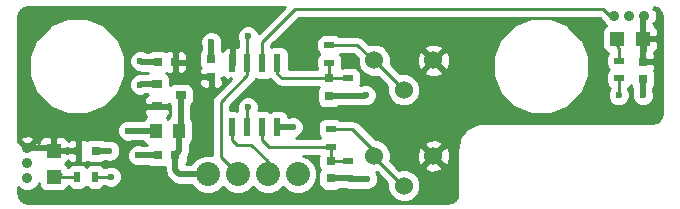
<source format=gbr>
G04 #@! TF.FileFunction,Copper,L1,Top,Signal*
%FSLAX46Y46*%
G04 Gerber Fmt 4.6, Leading zero omitted, Abs format (unit mm)*
G04 Created by KiCad (PCBNEW 4.0.2-stable) date 1/4/2018 10:10:38 PM*
%MOMM*%
G01*
G04 APERTURE LIST*
%ADD10C,0.100000*%
%ADD11C,1.524000*%
%ADD12R,0.800000X0.750000*%
%ADD13C,2.032000*%
%ADD14R,0.500000X0.900000*%
%ADD15R,0.750000X0.800000*%
%ADD16R,0.900000X0.500000*%
%ADD17C,0.900000*%
%ADD18R,0.600000X1.550000*%
%ADD19R,0.900000X0.800000*%
%ADD20R,1.000000X1.250000*%
%ADD21R,1.200000X1.200000*%
%ADD22C,0.600000*%
%ADD23C,0.508000*%
%ADD24C,0.254000*%
%ADD25C,0.250000*%
G04 APERTURE END LIST*
D10*
D11*
X155400000Y-108850000D03*
X152900000Y-106350000D03*
X157900000Y-106350000D03*
D12*
X129322200Y-105905800D03*
X127822200Y-105905800D03*
D13*
X146410000Y-107900000D03*
X143870000Y-107900000D03*
X141330000Y-107900000D03*
X138790000Y-107900000D03*
D14*
X127758000Y-108090200D03*
X129258000Y-108090200D03*
D15*
X149200000Y-108250000D03*
X149200000Y-106750000D03*
X149100000Y-101250000D03*
X149100000Y-99750000D03*
D12*
X134550000Y-106300000D03*
X136050000Y-106300000D03*
X134550000Y-98400000D03*
X136050000Y-98400000D03*
D16*
X149200000Y-105550000D03*
X149200000Y-104050000D03*
X150700000Y-106750000D03*
X150700000Y-108250000D03*
X149100000Y-98450000D03*
X149100000Y-96950000D03*
X150700000Y-99750000D03*
X150700000Y-101250000D03*
X173618400Y-98272400D03*
X173618400Y-99772400D03*
D17*
X123500000Y-106980000D03*
X123500000Y-105710000D03*
X123500000Y-108250000D03*
X174500000Y-94500000D03*
X175770000Y-94500000D03*
X173230000Y-94500000D03*
D18*
X140895000Y-103900000D03*
X142165000Y-103900000D03*
X143435000Y-103900000D03*
X144705000Y-103900000D03*
X144705000Y-98500000D03*
X143435000Y-98500000D03*
X142165000Y-98500000D03*
X140895000Y-98500000D03*
D19*
X134500000Y-100250000D03*
X134500000Y-102150000D03*
X136500000Y-101200000D03*
D15*
X175650400Y-99874000D03*
X175650400Y-98374000D03*
X139100000Y-99650000D03*
X139100000Y-98150000D03*
D20*
X136400000Y-104200000D03*
X134400000Y-104200000D03*
D21*
X125750000Y-105900000D03*
X125750000Y-108100000D03*
X175658200Y-96431600D03*
X173458200Y-96431600D03*
D11*
X155400000Y-100750000D03*
X152900000Y-98250000D03*
X157900000Y-98250000D03*
D22*
X132050000Y-104200000D03*
X139100000Y-96700000D03*
X132900000Y-106300000D03*
X133100000Y-98300000D03*
X133100000Y-100300000D03*
X152300000Y-108300000D03*
X146000000Y-103900000D03*
X152200000Y-101200000D03*
X175641000Y-101219000D03*
X130462000Y-105892000D03*
X142200000Y-96200000D03*
X173600000Y-101200000D03*
X130600000Y-108100000D03*
X142200000Y-102200000D03*
D23*
X134400000Y-104200000D02*
X132050000Y-104200000D01*
X139100000Y-98150000D02*
X139100000Y-96700000D01*
X134550000Y-106300000D02*
X132900000Y-106300000D01*
X134550000Y-98400000D02*
X133200000Y-98400000D01*
X133200000Y-98400000D02*
X133100000Y-98300000D01*
X134500000Y-100250000D02*
X133150000Y-100250000D01*
X133150000Y-100250000D02*
X133100000Y-100300000D01*
X149200000Y-108250000D02*
X150700000Y-108250000D01*
X150700000Y-108250000D02*
X150750000Y-108300000D01*
X150750000Y-108300000D02*
X152300000Y-108300000D01*
X144705000Y-103900000D02*
X146000000Y-103900000D01*
X150700000Y-101250000D02*
X152150000Y-101250000D01*
X152150000Y-101250000D02*
X152200000Y-101200000D01*
X149100000Y-101250000D02*
X150700000Y-101250000D01*
X175650400Y-99874000D02*
X175650400Y-101209600D01*
X175650400Y-101209600D02*
X175641000Y-101219000D01*
X129322200Y-105905800D02*
X130448200Y-105905800D01*
X130448200Y-105905800D02*
X130462000Y-105892000D01*
D24*
X149200000Y-105550000D02*
X149200000Y-106750000D01*
X149200000Y-106750000D02*
X150700000Y-106750000D01*
X149200000Y-105550000D02*
X143950000Y-105550000D01*
X143435000Y-105035000D02*
X143435000Y-103900000D01*
X143950000Y-105550000D02*
X143435000Y-105035000D01*
X149100000Y-99750000D02*
X150700000Y-99750000D01*
X149100000Y-99750000D02*
X149100000Y-98450000D01*
X144705000Y-98500000D02*
X144705000Y-99405000D01*
X145050000Y-99750000D02*
X149100000Y-99750000D01*
X144705000Y-99405000D02*
X145050000Y-99750000D01*
D23*
X138790000Y-107900000D02*
X136400000Y-107900000D01*
X136050000Y-107550000D02*
X136050000Y-106300000D01*
X136400000Y-107900000D02*
X136050000Y-107550000D01*
X136050000Y-106300000D02*
X136400000Y-105950000D01*
X136400000Y-105950000D02*
X136400000Y-104200000D01*
X136400000Y-104200000D02*
X136500000Y-104100000D01*
X136500000Y-104100000D02*
X136500000Y-101200000D01*
X123500000Y-105710000D02*
X125560000Y-105710000D01*
X125750000Y-105900000D02*
X127816400Y-105900000D01*
X125560000Y-105710000D02*
X125750000Y-105900000D01*
X125560000Y-105710000D02*
X125750000Y-105900000D01*
X127816400Y-105900000D02*
X127822200Y-105905800D01*
X175658200Y-96431600D02*
X175658200Y-94611800D01*
X175658200Y-94611800D02*
X175770000Y-94500000D01*
X175658200Y-96431600D02*
X175658200Y-98366200D01*
X175658200Y-98366200D02*
X175650400Y-98374000D01*
D24*
X142165000Y-98500000D02*
X142165000Y-99535000D01*
X139900000Y-106470000D02*
X141330000Y-107900000D01*
X139900000Y-101800000D02*
X139900000Y-106470000D01*
X142165000Y-99535000D02*
X139900000Y-101800000D01*
X173618400Y-99772400D02*
X173618400Y-101181600D01*
X142165000Y-96235000D02*
X142165000Y-98500000D01*
X142200000Y-96200000D02*
X142165000Y-96235000D01*
X173618400Y-101181600D02*
X173600000Y-101200000D01*
X129258000Y-108090200D02*
X130590200Y-108090200D01*
X130590200Y-108090200D02*
X130600000Y-108100000D01*
X140895000Y-103900000D02*
X140895000Y-104995000D01*
X143870000Y-106770000D02*
X143870000Y-107900000D01*
X142500000Y-105400000D02*
X143870000Y-106770000D01*
X141300000Y-105400000D02*
X142500000Y-105400000D01*
X140895000Y-104995000D02*
X141300000Y-105400000D01*
X142165000Y-102235000D02*
X142165000Y-103900000D01*
X142200000Y-102200000D02*
X142165000Y-102235000D01*
X173230000Y-94500000D02*
X172900000Y-94500000D01*
X172900000Y-94500000D02*
X172300000Y-93900000D01*
X143435000Y-96665000D02*
X143435000Y-98500000D01*
X146200000Y-93900000D02*
X143435000Y-96665000D01*
X172300000Y-93900000D02*
X146200000Y-93900000D01*
X125750000Y-108100000D02*
X127748200Y-108100000D01*
D25*
X126225000Y-107900000D02*
X126350000Y-107900000D01*
D24*
X127650000Y-108100000D02*
X127750000Y-108000000D01*
X127748200Y-108100000D02*
X127758000Y-108090200D01*
X173458200Y-96431600D02*
X173458200Y-97033400D01*
X173618400Y-97193600D02*
X173618400Y-98272400D01*
X173458200Y-97033400D02*
X173618400Y-97193600D01*
X152900000Y-106350000D02*
X152900000Y-105900000D01*
X152900000Y-105900000D02*
X151050000Y-104050000D01*
X151050000Y-104050000D02*
X149200000Y-104050000D01*
X155300000Y-108850000D02*
X152800000Y-106350000D01*
X152800000Y-106350000D02*
X152800000Y-106000000D01*
X155400000Y-100750000D02*
X152900000Y-98250000D01*
X152900000Y-98250000D02*
X152750000Y-98250000D01*
X152750000Y-98250000D02*
X151450000Y-96950000D01*
X151450000Y-96950000D02*
X149100000Y-96950000D01*
G36*
X143097847Y-95924523D02*
X142993117Y-95671057D01*
X142730327Y-95407808D01*
X142386799Y-95265162D01*
X142014833Y-95264838D01*
X141671057Y-95406883D01*
X141407808Y-95669673D01*
X141265162Y-96013201D01*
X141264838Y-96385167D01*
X141403000Y-96719545D01*
X141403000Y-97123837D01*
X141321310Y-97090000D01*
X141180750Y-97090000D01*
X141022000Y-97248750D01*
X141022000Y-98373000D01*
X141042000Y-98373000D01*
X141042000Y-98627000D01*
X141022000Y-98627000D01*
X141022000Y-98647000D01*
X140768000Y-98647000D01*
X140768000Y-98627000D01*
X140748000Y-98627000D01*
X140748000Y-98373000D01*
X140768000Y-98373000D01*
X140768000Y-97248750D01*
X140609250Y-97090000D01*
X140468690Y-97090000D01*
X140235301Y-97186673D01*
X140056673Y-97365302D01*
X140027444Y-97435866D01*
X139989000Y-97376121D01*
X139989000Y-96997189D01*
X140034838Y-96886799D01*
X140035162Y-96514833D01*
X139893117Y-96171057D01*
X139630327Y-95907808D01*
X139286799Y-95765162D01*
X138914833Y-95764838D01*
X138571057Y-95906883D01*
X138307808Y-96169673D01*
X138165162Y-96513201D01*
X138164838Y-96885167D01*
X138211000Y-96996888D01*
X138211000Y-97377468D01*
X138128569Y-97498110D01*
X138077560Y-97750000D01*
X138077560Y-98550000D01*
X138121838Y-98785317D01*
X138188329Y-98888646D01*
X138186673Y-98890302D01*
X138090000Y-99123691D01*
X138090000Y-99364250D01*
X138248750Y-99523000D01*
X138973000Y-99523000D01*
X138973000Y-99503000D01*
X139227000Y-99503000D01*
X139227000Y-99523000D01*
X139247000Y-99523000D01*
X139247000Y-99777000D01*
X139227000Y-99777000D01*
X139227000Y-100526250D01*
X139385750Y-100685000D01*
X139601310Y-100685000D01*
X139834699Y-100588327D01*
X140013327Y-100409698D01*
X140110000Y-100176309D01*
X140110000Y-99935750D01*
X139951252Y-99777002D01*
X140110000Y-99777002D01*
X140110000Y-99688025D01*
X140235301Y-99813327D01*
X140468690Y-99910000D01*
X140609250Y-99910000D01*
X140767998Y-99751252D01*
X140767998Y-99854371D01*
X139361185Y-101261185D01*
X139196004Y-101508395D01*
X139138000Y-101800000D01*
X139138000Y-106256826D01*
X139119845Y-106249287D01*
X138463037Y-106248714D01*
X137856005Y-106499534D01*
X137391166Y-106963563D01*
X137371468Y-107011000D01*
X136988961Y-107011000D01*
X137046431Y-106926890D01*
X137097440Y-106675000D01*
X137097440Y-106475619D01*
X137221329Y-106290206D01*
X137289000Y-105950000D01*
X137289000Y-105329270D01*
X137351441Y-105289090D01*
X137496431Y-105076890D01*
X137547440Y-104825000D01*
X137547440Y-103575000D01*
X137503162Y-103339683D01*
X137389000Y-103162270D01*
X137389000Y-102072096D01*
X137401441Y-102064090D01*
X137546431Y-101851890D01*
X137597440Y-101600000D01*
X137597440Y-100800000D01*
X137553162Y-100564683D01*
X137414090Y-100348559D01*
X137201890Y-100203569D01*
X136950000Y-100152560D01*
X136050000Y-100152560D01*
X135814683Y-100196838D01*
X135598559Y-100335910D01*
X135597440Y-100337548D01*
X135597440Y-99935750D01*
X138090000Y-99935750D01*
X138090000Y-100176309D01*
X138186673Y-100409698D01*
X138365301Y-100588327D01*
X138598690Y-100685000D01*
X138814250Y-100685000D01*
X138973000Y-100526250D01*
X138973000Y-99777000D01*
X138248750Y-99777000D01*
X138090000Y-99935750D01*
X135597440Y-99935750D01*
X135597440Y-99850000D01*
X135553162Y-99614683D01*
X135414090Y-99398559D01*
X135287760Y-99312242D01*
X135288646Y-99311671D01*
X135290302Y-99313327D01*
X135523691Y-99410000D01*
X135764250Y-99410000D01*
X135923000Y-99251250D01*
X135923000Y-98527000D01*
X136177000Y-98527000D01*
X136177000Y-99251250D01*
X136335750Y-99410000D01*
X136576309Y-99410000D01*
X136809698Y-99313327D01*
X136988327Y-99134699D01*
X137085000Y-98901310D01*
X137085000Y-98685750D01*
X136926250Y-98527000D01*
X136177000Y-98527000D01*
X135923000Y-98527000D01*
X135903000Y-98527000D01*
X135903000Y-98273000D01*
X135923000Y-98273000D01*
X135923000Y-97548750D01*
X136177000Y-97548750D01*
X136177000Y-98273000D01*
X136926250Y-98273000D01*
X137085000Y-98114250D01*
X137085000Y-97898690D01*
X136988327Y-97665301D01*
X136809698Y-97486673D01*
X136576309Y-97390000D01*
X136335750Y-97390000D01*
X136177000Y-97548750D01*
X135923000Y-97548750D01*
X135764250Y-97390000D01*
X135523691Y-97390000D01*
X135290302Y-97486673D01*
X135288932Y-97488043D01*
X135201890Y-97428569D01*
X134950000Y-97377560D01*
X134150000Y-97377560D01*
X133914683Y-97421838D01*
X133776121Y-97511000D01*
X133633513Y-97511000D01*
X133630327Y-97507808D01*
X133286799Y-97365162D01*
X132914833Y-97364838D01*
X132571057Y-97506883D01*
X132307808Y-97769673D01*
X132165162Y-98113201D01*
X132164838Y-98485167D01*
X132306883Y-98828943D01*
X132569673Y-99092192D01*
X132825527Y-99198432D01*
X132859794Y-99221329D01*
X132899861Y-99229299D01*
X132913201Y-99234838D01*
X132927772Y-99234851D01*
X133200000Y-99289000D01*
X133749161Y-99289000D01*
X133637270Y-99361000D01*
X133150000Y-99361000D01*
X133129764Y-99365025D01*
X132914833Y-99364838D01*
X132571057Y-99506883D01*
X132307808Y-99769673D01*
X132165162Y-100113201D01*
X132164838Y-100485167D01*
X132306883Y-100828943D01*
X132569673Y-101092192D01*
X132913201Y-101234838D01*
X133285167Y-101235162D01*
X133517897Y-101139000D01*
X133640879Y-101139000D01*
X133725750Y-101196990D01*
X133690302Y-101211673D01*
X133511673Y-101390301D01*
X133415000Y-101623690D01*
X133415000Y-101864250D01*
X133573750Y-102023000D01*
X134373000Y-102023000D01*
X134373000Y-102003000D01*
X134627000Y-102003000D01*
X134627000Y-102023000D01*
X135426250Y-102023000D01*
X135512262Y-101936988D01*
X135585910Y-102051441D01*
X135611000Y-102068584D01*
X135611000Y-103006382D01*
X135448559Y-103110910D01*
X135400866Y-103180711D01*
X135364090Y-103123559D01*
X135310846Y-103087179D01*
X135488327Y-102909699D01*
X135585000Y-102676310D01*
X135585000Y-102435750D01*
X135426250Y-102277000D01*
X134627000Y-102277000D01*
X134627000Y-102297000D01*
X134373000Y-102297000D01*
X134373000Y-102277000D01*
X133573750Y-102277000D01*
X133415000Y-102435750D01*
X133415000Y-102676310D01*
X133511673Y-102909699D01*
X133609392Y-103007417D01*
X133448559Y-103110910D01*
X133311843Y-103311000D01*
X132347189Y-103311000D01*
X132236799Y-103265162D01*
X131864833Y-103264838D01*
X131521057Y-103406883D01*
X131257808Y-103669673D01*
X131115162Y-104013201D01*
X131114838Y-104385167D01*
X131256883Y-104728943D01*
X131519673Y-104992192D01*
X131863201Y-105134838D01*
X132235167Y-105135162D01*
X132346888Y-105089000D01*
X133315295Y-105089000D01*
X133435910Y-105276441D01*
X133632844Y-105411000D01*
X133197189Y-105411000D01*
X133086799Y-105365162D01*
X132714833Y-105364838D01*
X132371057Y-105506883D01*
X132107808Y-105769673D01*
X131965162Y-106113201D01*
X131964838Y-106485167D01*
X132106883Y-106828943D01*
X132369673Y-107092192D01*
X132713201Y-107234838D01*
X133085167Y-107235162D01*
X133196888Y-107189000D01*
X133777468Y-107189000D01*
X133898110Y-107271431D01*
X134150000Y-107322440D01*
X134950000Y-107322440D01*
X135161000Y-107282738D01*
X135161000Y-107550000D01*
X135228671Y-107890206D01*
X135362303Y-108090200D01*
X135421382Y-108178618D01*
X135771382Y-108528618D01*
X136059794Y-108721329D01*
X136400000Y-108789000D01*
X137370942Y-108789000D01*
X137389534Y-108833995D01*
X137853563Y-109298834D01*
X138460155Y-109550713D01*
X139116963Y-109551286D01*
X139723995Y-109300466D01*
X140060179Y-108964868D01*
X140393563Y-109298834D01*
X141000155Y-109550713D01*
X141656963Y-109551286D01*
X142263995Y-109300466D01*
X142600179Y-108964868D01*
X142933563Y-109298834D01*
X143540155Y-109550713D01*
X144196963Y-109551286D01*
X144803995Y-109300466D01*
X145140179Y-108964868D01*
X145473563Y-109298834D01*
X146080155Y-109550713D01*
X146736963Y-109551286D01*
X147343995Y-109300466D01*
X147808834Y-108836437D01*
X148060713Y-108229845D01*
X148061286Y-107573037D01*
X147810466Y-106966005D01*
X147346437Y-106501166D01*
X146890875Y-106312000D01*
X148185255Y-106312000D01*
X148177560Y-106350000D01*
X148177560Y-107150000D01*
X148221838Y-107385317D01*
X148295620Y-107499978D01*
X148228569Y-107598110D01*
X148177560Y-107850000D01*
X148177560Y-108650000D01*
X148221838Y-108885317D01*
X148360910Y-109101441D01*
X148573110Y-109246431D01*
X148825000Y-109297440D01*
X149575000Y-109297440D01*
X149810317Y-109253162D01*
X149987730Y-109139000D01*
X150208322Y-109139000D01*
X150250000Y-109147440D01*
X150541061Y-109147440D01*
X150750000Y-109189000D01*
X152002811Y-109189000D01*
X152113201Y-109234838D01*
X152485167Y-109235162D01*
X152828943Y-109093117D01*
X153092192Y-108830327D01*
X153234838Y-108486799D01*
X153235162Y-108114833D01*
X153093117Y-107771057D01*
X153069250Y-107747148D01*
X153119562Y-107747192D01*
X154003191Y-108630821D01*
X154002758Y-109126661D01*
X154214990Y-109640303D01*
X154607630Y-110033629D01*
X155120900Y-110246757D01*
X155676661Y-110247242D01*
X156190303Y-110035010D01*
X156583629Y-109642370D01*
X156796757Y-109129100D01*
X156797242Y-108573339D01*
X156585010Y-108059697D01*
X156192370Y-107666371D01*
X155679100Y-107453243D01*
X155123339Y-107452758D01*
X155022184Y-107494554D01*
X154857843Y-107330213D01*
X157099392Y-107330213D01*
X157168857Y-107572397D01*
X157692302Y-107759144D01*
X158247368Y-107731362D01*
X158631143Y-107572397D01*
X158700608Y-107330213D01*
X157900000Y-106529605D01*
X157099392Y-107330213D01*
X154857843Y-107330213D01*
X154255673Y-106728043D01*
X154296757Y-106629100D01*
X154297181Y-106142302D01*
X156490856Y-106142302D01*
X156518638Y-106697368D01*
X156677603Y-107081143D01*
X156919787Y-107150608D01*
X157720395Y-106350000D01*
X158079605Y-106350000D01*
X158880213Y-107150608D01*
X159122397Y-107081143D01*
X159309144Y-106557698D01*
X159281362Y-106002632D01*
X159122397Y-105618857D01*
X158880213Y-105549392D01*
X158079605Y-106350000D01*
X157720395Y-106350000D01*
X156919787Y-105549392D01*
X156677603Y-105618857D01*
X156490856Y-106142302D01*
X154297181Y-106142302D01*
X154297242Y-106073339D01*
X154085010Y-105559697D01*
X153895432Y-105369787D01*
X157099392Y-105369787D01*
X157900000Y-106170395D01*
X158700608Y-105369787D01*
X158631143Y-105127603D01*
X158107698Y-104940856D01*
X157552632Y-104968638D01*
X157168857Y-105127603D01*
X157099392Y-105369787D01*
X153895432Y-105369787D01*
X153692370Y-105166371D01*
X153179100Y-104953243D01*
X153030744Y-104953114D01*
X151588815Y-103511185D01*
X151481474Y-103439462D01*
X151341605Y-103346004D01*
X151050000Y-103288000D01*
X150025459Y-103288000D01*
X149901890Y-103203569D01*
X149650000Y-103152560D01*
X148750000Y-103152560D01*
X148514683Y-103196838D01*
X148298559Y-103335910D01*
X148153569Y-103548110D01*
X148102560Y-103800000D01*
X148102560Y-104300000D01*
X148146838Y-104535317D01*
X148285910Y-104751441D01*
X148339416Y-104788000D01*
X146299308Y-104788000D01*
X146528943Y-104693117D01*
X146792192Y-104430327D01*
X146934838Y-104086799D01*
X146935162Y-103714833D01*
X146793117Y-103371057D01*
X146530327Y-103107808D01*
X146186799Y-102965162D01*
X145814833Y-102964838D01*
X145703112Y-103011000D01*
X145630989Y-103011000D01*
X145608162Y-102889683D01*
X145469090Y-102673559D01*
X145256890Y-102528569D01*
X145005000Y-102477560D01*
X144405000Y-102477560D01*
X144169683Y-102521838D01*
X144070472Y-102585678D01*
X143986890Y-102528569D01*
X143735000Y-102477560D01*
X143135000Y-102477560D01*
X143093943Y-102485285D01*
X143134838Y-102386799D01*
X143135162Y-102014833D01*
X142993117Y-101671057D01*
X142730327Y-101407808D01*
X142386799Y-101265162D01*
X142014833Y-101264838D01*
X141671057Y-101406883D01*
X141407808Y-101669673D01*
X141265162Y-102013201D01*
X141264838Y-102385167D01*
X141312877Y-102501431D01*
X141195000Y-102477560D01*
X140662000Y-102477560D01*
X140662000Y-102115630D01*
X142703816Y-100073815D01*
X142813411Y-99909794D01*
X142852856Y-99850760D01*
X142883110Y-99871431D01*
X143135000Y-99922440D01*
X143735000Y-99922440D01*
X143970317Y-99878162D01*
X144069528Y-99814322D01*
X144088172Y-99827061D01*
X144151903Y-99922440D01*
X144166185Y-99943815D01*
X144511185Y-100288816D01*
X144655610Y-100385317D01*
X144758395Y-100453996D01*
X145050000Y-100512000D01*
X148187405Y-100512000D01*
X148128569Y-100598110D01*
X148077560Y-100850000D01*
X148077560Y-101650000D01*
X148121838Y-101885317D01*
X148260910Y-102101441D01*
X148473110Y-102246431D01*
X148725000Y-102297440D01*
X149475000Y-102297440D01*
X149710317Y-102253162D01*
X149887730Y-102139000D01*
X150208322Y-102139000D01*
X150250000Y-102147440D01*
X151150000Y-102147440D01*
X151194855Y-102139000D01*
X152150000Y-102139000D01*
X152170236Y-102134975D01*
X152385167Y-102135162D01*
X152728943Y-101993117D01*
X152992192Y-101730327D01*
X153134838Y-101386799D01*
X153135162Y-101014833D01*
X152993117Y-100671057D01*
X152730327Y-100407808D01*
X152386799Y-100265162D01*
X152014833Y-100264838D01*
X151782103Y-100361000D01*
X151671879Y-100361000D01*
X151746431Y-100251890D01*
X151797440Y-100000000D01*
X151797440Y-99500000D01*
X151753162Y-99264683D01*
X151614090Y-99048559D01*
X151401890Y-98903569D01*
X151150000Y-98852560D01*
X150250000Y-98852560D01*
X150163240Y-98868885D01*
X150197440Y-98700000D01*
X150197440Y-98200000D01*
X150153162Y-97964683D01*
X150014090Y-97748559D01*
X149960584Y-97712000D01*
X151134370Y-97712000D01*
X151503147Y-98080778D01*
X151502758Y-98526661D01*
X151714990Y-99040303D01*
X152107630Y-99433629D01*
X152620900Y-99646757D01*
X153176661Y-99647242D01*
X153207054Y-99634684D01*
X154014987Y-100442617D01*
X154003243Y-100470900D01*
X154002758Y-101026661D01*
X154214990Y-101540303D01*
X154607630Y-101933629D01*
X155120900Y-102146757D01*
X155676661Y-102147242D01*
X156190303Y-101935010D01*
X156583629Y-101542370D01*
X156796757Y-101029100D01*
X156797242Y-100473339D01*
X156585010Y-99959697D01*
X156192370Y-99566371D01*
X155679100Y-99353243D01*
X155123339Y-99352758D01*
X155092946Y-99365316D01*
X154957843Y-99230213D01*
X157099392Y-99230213D01*
X157168857Y-99472397D01*
X157692302Y-99659144D01*
X158247368Y-99631362D01*
X158631143Y-99472397D01*
X158700608Y-99230213D01*
X157900000Y-98429605D01*
X157099392Y-99230213D01*
X154957843Y-99230213D01*
X154285013Y-98557383D01*
X154296757Y-98529100D01*
X154297181Y-98042302D01*
X156490856Y-98042302D01*
X156518638Y-98597368D01*
X156677603Y-98981143D01*
X156919787Y-99050608D01*
X157720395Y-98250000D01*
X158079605Y-98250000D01*
X158880213Y-99050608D01*
X159122397Y-98981143D01*
X159309144Y-98457698D01*
X159284243Y-97960180D01*
X162923220Y-97960180D01*
X162923220Y-99532440D01*
X162932820Y-99580878D01*
X163532260Y-101033758D01*
X163559755Y-101075020D01*
X164669735Y-102187540D01*
X164711027Y-102215168D01*
X166163907Y-102817148D01*
X166212520Y-102826820D01*
X167784780Y-102826820D01*
X167833290Y-102817190D01*
X169283630Y-102217750D01*
X169324820Y-102190285D01*
X170437340Y-101080305D01*
X170464938Y-101039086D01*
X171066918Y-99588746D01*
X171076620Y-99540060D01*
X171076620Y-97967800D01*
X171067020Y-97919362D01*
X170467580Y-96466482D01*
X170440085Y-96425220D01*
X169330105Y-95312700D01*
X169288886Y-95285102D01*
X167838546Y-94683122D01*
X167789860Y-94673420D01*
X166217600Y-94673420D01*
X166169162Y-94683020D01*
X164716282Y-95282460D01*
X164675020Y-95309955D01*
X163562500Y-96419935D01*
X163534902Y-96461154D01*
X162932922Y-97911494D01*
X162923220Y-97960180D01*
X159284243Y-97960180D01*
X159281362Y-97902632D01*
X159122397Y-97518857D01*
X158880213Y-97449392D01*
X158079605Y-98250000D01*
X157720395Y-98250000D01*
X156919787Y-97449392D01*
X156677603Y-97518857D01*
X156490856Y-98042302D01*
X154297181Y-98042302D01*
X154297242Y-97973339D01*
X154085010Y-97459697D01*
X153895432Y-97269787D01*
X157099392Y-97269787D01*
X157900000Y-98070395D01*
X158700608Y-97269787D01*
X158631143Y-97027603D01*
X158107698Y-96840856D01*
X157552632Y-96868638D01*
X157168857Y-97027603D01*
X157099392Y-97269787D01*
X153895432Y-97269787D01*
X153692370Y-97066371D01*
X153179100Y-96853243D01*
X152623339Y-96852758D01*
X152486804Y-96909173D01*
X151988815Y-96411185D01*
X151957662Y-96390369D01*
X151741605Y-96246004D01*
X151450000Y-96188000D01*
X149925459Y-96188000D01*
X149801890Y-96103569D01*
X149550000Y-96052560D01*
X148650000Y-96052560D01*
X148414683Y-96096838D01*
X148198559Y-96235910D01*
X148053569Y-96448110D01*
X148002560Y-96700000D01*
X148002560Y-97200000D01*
X148046838Y-97435317D01*
X148185910Y-97651441D01*
X148255711Y-97699134D01*
X148198559Y-97735910D01*
X148053569Y-97948110D01*
X148002560Y-98200000D01*
X148002560Y-98700000D01*
X148046838Y-98935317D01*
X148080739Y-98988000D01*
X145652440Y-98988000D01*
X145652440Y-97725000D01*
X145608162Y-97489683D01*
X145469090Y-97273559D01*
X145256890Y-97128569D01*
X145005000Y-97077560D01*
X144405000Y-97077560D01*
X144197000Y-97116698D01*
X144197000Y-96980630D01*
X146515631Y-94662000D01*
X171984370Y-94662000D01*
X172220556Y-94898186D01*
X172309646Y-95113800D01*
X172501838Y-95306328D01*
X172406759Y-95367510D01*
X172261769Y-95579710D01*
X172210760Y-95831600D01*
X172210760Y-97031600D01*
X172255038Y-97266917D01*
X172394110Y-97483041D01*
X172606310Y-97628031D01*
X172661662Y-97639240D01*
X172571969Y-97770510D01*
X172520960Y-98022400D01*
X172520960Y-98522400D01*
X172565238Y-98757717D01*
X172704310Y-98973841D01*
X172774111Y-99021534D01*
X172716959Y-99058310D01*
X172571969Y-99270510D01*
X172520960Y-99522400D01*
X172520960Y-100022400D01*
X172565238Y-100257717D01*
X172704310Y-100473841D01*
X172856400Y-100577760D01*
X172856400Y-100621166D01*
X172807808Y-100669673D01*
X172665162Y-101013201D01*
X172664838Y-101385167D01*
X172806883Y-101728943D01*
X173069673Y-101992192D01*
X173413201Y-102134838D01*
X173785167Y-102135162D01*
X174128943Y-101993117D01*
X174392192Y-101730327D01*
X174534838Y-101386799D01*
X174535162Y-101014833D01*
X174393117Y-100671057D01*
X174380400Y-100658318D01*
X174380400Y-100576218D01*
X174519841Y-100486490D01*
X174635964Y-100316538D01*
X174672238Y-100509317D01*
X174761400Y-100647879D01*
X174761400Y-100899174D01*
X174706162Y-101032201D01*
X174705838Y-101404167D01*
X174847883Y-101747943D01*
X175110673Y-102011192D01*
X175454201Y-102153838D01*
X175826167Y-102154162D01*
X176169943Y-102012117D01*
X176433192Y-101749327D01*
X176575838Y-101405799D01*
X176576162Y-101033833D01*
X176539400Y-100944862D01*
X176539400Y-100646532D01*
X176621831Y-100525890D01*
X176672840Y-100274000D01*
X176672840Y-99474000D01*
X176628562Y-99238683D01*
X176562071Y-99135354D01*
X176563727Y-99133698D01*
X176660400Y-98900309D01*
X176660400Y-98659750D01*
X176501650Y-98501000D01*
X175777400Y-98501000D01*
X175777400Y-98521000D01*
X175523400Y-98521000D01*
X175523400Y-98501000D01*
X175503400Y-98501000D01*
X175503400Y-98247000D01*
X175523400Y-98247000D01*
X175523400Y-97515650D01*
X175531200Y-97507850D01*
X175531200Y-97497750D01*
X175777400Y-97497750D01*
X175777400Y-98247000D01*
X176501650Y-98247000D01*
X176660400Y-98088250D01*
X176660400Y-97847691D01*
X176563727Y-97614302D01*
X176548216Y-97598790D01*
X176617898Y-97569927D01*
X176796527Y-97391299D01*
X176893200Y-97157910D01*
X176893200Y-96717350D01*
X176734450Y-96558600D01*
X175785200Y-96558600D01*
X175785200Y-97489950D01*
X175777400Y-97497750D01*
X175531200Y-97497750D01*
X175531200Y-96558600D01*
X175511200Y-96558600D01*
X175511200Y-96304600D01*
X175531200Y-96304600D01*
X175531200Y-96284600D01*
X175785200Y-96284600D01*
X175785200Y-96304600D01*
X176734450Y-96304600D01*
X176893200Y-96145850D01*
X176893200Y-95705290D01*
X176796527Y-95471901D01*
X176617898Y-95293273D01*
X176561183Y-95269781D01*
X176640286Y-95190678D01*
X176523748Y-95074140D01*
X176733712Y-95043197D01*
X176868226Y-94633052D01*
X176835546Y-94202651D01*
X176733712Y-93956803D01*
X176523748Y-93925860D01*
X176640286Y-93809322D01*
X176568499Y-93737535D01*
X176796996Y-93782986D01*
X177048780Y-93951223D01*
X177217014Y-94203003D01*
X177290000Y-94569927D01*
X177290000Y-102680073D01*
X177217014Y-103046997D01*
X177048780Y-103298777D01*
X176796996Y-103467014D01*
X176430073Y-103540000D01*
X162150000Y-103540000D01*
X162081413Y-103553643D01*
X162011486Y-103553643D01*
X161437460Y-103667824D01*
X161362498Y-103698875D01*
X161181520Y-103773837D01*
X160694885Y-104098997D01*
X160498997Y-104294885D01*
X160173838Y-104781520D01*
X160067824Y-105037460D01*
X159953643Y-105611485D01*
X159953643Y-105681413D01*
X159940000Y-105750000D01*
X159940000Y-109430073D01*
X159867014Y-109796997D01*
X159698780Y-110048777D01*
X159446996Y-110217014D01*
X159080073Y-110290000D01*
X123569927Y-110290000D01*
X123203003Y-110217014D01*
X122951223Y-110048780D01*
X122782986Y-109796996D01*
X122710000Y-109430073D01*
X122710000Y-108994382D01*
X122884595Y-109169282D01*
X123283233Y-109334811D01*
X123714873Y-109335188D01*
X124113800Y-109170354D01*
X124419282Y-108865405D01*
X124502560Y-108664849D01*
X124502560Y-108700000D01*
X124546838Y-108935317D01*
X124685910Y-109151441D01*
X124898110Y-109296431D01*
X125150000Y-109347440D01*
X126350000Y-109347440D01*
X126585317Y-109303162D01*
X126801441Y-109164090D01*
X126946431Y-108951890D01*
X126963642Y-108866901D01*
X127043910Y-108991641D01*
X127256110Y-109136631D01*
X127508000Y-109187640D01*
X128008000Y-109187640D01*
X128243317Y-109143362D01*
X128459441Y-109004290D01*
X128507134Y-108934489D01*
X128543910Y-108991641D01*
X128756110Y-109136631D01*
X129008000Y-109187640D01*
X129508000Y-109187640D01*
X129743317Y-109143362D01*
X129959441Y-109004290D01*
X130049703Y-108872187D01*
X130069673Y-108892192D01*
X130413201Y-109034838D01*
X130785167Y-109035162D01*
X131128943Y-108893117D01*
X131392192Y-108630327D01*
X131534838Y-108286799D01*
X131535162Y-107914833D01*
X131393117Y-107571057D01*
X131130327Y-107307808D01*
X130786799Y-107165162D01*
X130414833Y-107164838D01*
X130071057Y-107306883D01*
X130057079Y-107320836D01*
X129972090Y-107188759D01*
X129759890Y-107043769D01*
X129508000Y-106992760D01*
X129008000Y-106992760D01*
X128772683Y-107037038D01*
X128556559Y-107176110D01*
X128508866Y-107245911D01*
X128472090Y-107188759D01*
X128259890Y-107043769D01*
X128008000Y-106992760D01*
X127508000Y-106992760D01*
X127272683Y-107037038D01*
X127056559Y-107176110D01*
X126962420Y-107313887D01*
X126953162Y-107264683D01*
X126814090Y-107048559D01*
X126745994Y-107002031D01*
X126888327Y-106859698D01*
X126951225Y-106707850D01*
X127062502Y-106819127D01*
X127295891Y-106915800D01*
X127536450Y-106915800D01*
X127695200Y-106757050D01*
X127695200Y-106032800D01*
X126945950Y-106032800D01*
X126889000Y-106089750D01*
X126826250Y-106027000D01*
X125877000Y-106027000D01*
X125877000Y-106047000D01*
X125623000Y-106047000D01*
X125623000Y-106027000D01*
X125603000Y-106027000D01*
X125603000Y-105773000D01*
X125623000Y-105773000D01*
X125623000Y-104823750D01*
X125877000Y-104823750D01*
X125877000Y-105773000D01*
X126826250Y-105773000D01*
X126883200Y-105716050D01*
X126945950Y-105778800D01*
X127695200Y-105778800D01*
X127695200Y-105054550D01*
X127949200Y-105054550D01*
X127949200Y-105778800D01*
X127969200Y-105778800D01*
X127969200Y-106032800D01*
X127949200Y-106032800D01*
X127949200Y-106757050D01*
X128107950Y-106915800D01*
X128348509Y-106915800D01*
X128581898Y-106819127D01*
X128583268Y-106817757D01*
X128670310Y-106877231D01*
X128922200Y-106928240D01*
X129722200Y-106928240D01*
X129957517Y-106883962D01*
X130096079Y-106794800D01*
X130198045Y-106794800D01*
X130275201Y-106826838D01*
X130647167Y-106827162D01*
X130990943Y-106685117D01*
X131254192Y-106422327D01*
X131396838Y-106078799D01*
X131397162Y-105706833D01*
X131255117Y-105363057D01*
X130992327Y-105099808D01*
X130648799Y-104957162D01*
X130276833Y-104956838D01*
X130131714Y-105016800D01*
X130094732Y-105016800D01*
X129974090Y-104934369D01*
X129722200Y-104883360D01*
X128922200Y-104883360D01*
X128686883Y-104927638D01*
X128583554Y-104994129D01*
X128581898Y-104992473D01*
X128348509Y-104895800D01*
X128107950Y-104895800D01*
X127949200Y-105054550D01*
X127695200Y-105054550D01*
X127536450Y-104895800D01*
X127295891Y-104895800D01*
X127062502Y-104992473D01*
X126954622Y-105100352D01*
X126888327Y-104940302D01*
X126709699Y-104761673D01*
X126476310Y-104665000D01*
X126035750Y-104665000D01*
X125877000Y-104823750D01*
X125623000Y-104823750D01*
X125464250Y-104665000D01*
X125023690Y-104665000D01*
X124790301Y-104761673D01*
X124611673Y-104940302D01*
X124515000Y-105173691D01*
X124515000Y-105290623D01*
X124463712Y-105166803D01*
X124253745Y-105135860D01*
X123679605Y-105710000D01*
X123693748Y-105724143D01*
X123522871Y-105895019D01*
X123505399Y-105895004D01*
X123500000Y-105889605D01*
X123494610Y-105894995D01*
X123477090Y-105894980D01*
X123306253Y-105724143D01*
X123320395Y-105710000D01*
X122746255Y-105135860D01*
X122710000Y-105141203D01*
X122710000Y-104956255D01*
X122925860Y-104956255D01*
X123500000Y-105530395D01*
X124074140Y-104956255D01*
X124043197Y-104746288D01*
X123633052Y-104611774D01*
X123202651Y-104644454D01*
X122956803Y-104746288D01*
X122925860Y-104956255D01*
X122710000Y-104956255D01*
X122710000Y-97960180D01*
X123673220Y-97960180D01*
X123673220Y-99532440D01*
X123682820Y-99580878D01*
X124282260Y-101033758D01*
X124309755Y-101075020D01*
X125419735Y-102187540D01*
X125461027Y-102215168D01*
X126913907Y-102817148D01*
X126962520Y-102826820D01*
X128534780Y-102826820D01*
X128583290Y-102817190D01*
X130033630Y-102217750D01*
X130074820Y-102190285D01*
X131187340Y-101080305D01*
X131214938Y-101039086D01*
X131816918Y-99588746D01*
X131826620Y-99540060D01*
X131826620Y-97967800D01*
X131817020Y-97919362D01*
X131217580Y-96466482D01*
X131190085Y-96425220D01*
X130080105Y-95312700D01*
X130038886Y-95285102D01*
X128588546Y-94683122D01*
X128539860Y-94673420D01*
X126967600Y-94673420D01*
X126919162Y-94683020D01*
X125466282Y-95282460D01*
X125425020Y-95309955D01*
X124312500Y-96419935D01*
X124284902Y-96461154D01*
X123682922Y-97911494D01*
X123673220Y-97960180D01*
X122710000Y-97960180D01*
X122710000Y-94569927D01*
X122782986Y-94203004D01*
X122951223Y-93951220D01*
X123203003Y-93782986D01*
X123569927Y-93710000D01*
X145312369Y-93710000D01*
X143097847Y-95924523D01*
X143097847Y-95924523D01*
G37*
X143097847Y-95924523D02*
X142993117Y-95671057D01*
X142730327Y-95407808D01*
X142386799Y-95265162D01*
X142014833Y-95264838D01*
X141671057Y-95406883D01*
X141407808Y-95669673D01*
X141265162Y-96013201D01*
X141264838Y-96385167D01*
X141403000Y-96719545D01*
X141403000Y-97123837D01*
X141321310Y-97090000D01*
X141180750Y-97090000D01*
X141022000Y-97248750D01*
X141022000Y-98373000D01*
X141042000Y-98373000D01*
X141042000Y-98627000D01*
X141022000Y-98627000D01*
X141022000Y-98647000D01*
X140768000Y-98647000D01*
X140768000Y-98627000D01*
X140748000Y-98627000D01*
X140748000Y-98373000D01*
X140768000Y-98373000D01*
X140768000Y-97248750D01*
X140609250Y-97090000D01*
X140468690Y-97090000D01*
X140235301Y-97186673D01*
X140056673Y-97365302D01*
X140027444Y-97435866D01*
X139989000Y-97376121D01*
X139989000Y-96997189D01*
X140034838Y-96886799D01*
X140035162Y-96514833D01*
X139893117Y-96171057D01*
X139630327Y-95907808D01*
X139286799Y-95765162D01*
X138914833Y-95764838D01*
X138571057Y-95906883D01*
X138307808Y-96169673D01*
X138165162Y-96513201D01*
X138164838Y-96885167D01*
X138211000Y-96996888D01*
X138211000Y-97377468D01*
X138128569Y-97498110D01*
X138077560Y-97750000D01*
X138077560Y-98550000D01*
X138121838Y-98785317D01*
X138188329Y-98888646D01*
X138186673Y-98890302D01*
X138090000Y-99123691D01*
X138090000Y-99364250D01*
X138248750Y-99523000D01*
X138973000Y-99523000D01*
X138973000Y-99503000D01*
X139227000Y-99503000D01*
X139227000Y-99523000D01*
X139247000Y-99523000D01*
X139247000Y-99777000D01*
X139227000Y-99777000D01*
X139227000Y-100526250D01*
X139385750Y-100685000D01*
X139601310Y-100685000D01*
X139834699Y-100588327D01*
X140013327Y-100409698D01*
X140110000Y-100176309D01*
X140110000Y-99935750D01*
X139951252Y-99777002D01*
X140110000Y-99777002D01*
X140110000Y-99688025D01*
X140235301Y-99813327D01*
X140468690Y-99910000D01*
X140609250Y-99910000D01*
X140767998Y-99751252D01*
X140767998Y-99854371D01*
X139361185Y-101261185D01*
X139196004Y-101508395D01*
X139138000Y-101800000D01*
X139138000Y-106256826D01*
X139119845Y-106249287D01*
X138463037Y-106248714D01*
X137856005Y-106499534D01*
X137391166Y-106963563D01*
X137371468Y-107011000D01*
X136988961Y-107011000D01*
X137046431Y-106926890D01*
X137097440Y-106675000D01*
X137097440Y-106475619D01*
X137221329Y-106290206D01*
X137289000Y-105950000D01*
X137289000Y-105329270D01*
X137351441Y-105289090D01*
X137496431Y-105076890D01*
X137547440Y-104825000D01*
X137547440Y-103575000D01*
X137503162Y-103339683D01*
X137389000Y-103162270D01*
X137389000Y-102072096D01*
X137401441Y-102064090D01*
X137546431Y-101851890D01*
X137597440Y-101600000D01*
X137597440Y-100800000D01*
X137553162Y-100564683D01*
X137414090Y-100348559D01*
X137201890Y-100203569D01*
X136950000Y-100152560D01*
X136050000Y-100152560D01*
X135814683Y-100196838D01*
X135598559Y-100335910D01*
X135597440Y-100337548D01*
X135597440Y-99935750D01*
X138090000Y-99935750D01*
X138090000Y-100176309D01*
X138186673Y-100409698D01*
X138365301Y-100588327D01*
X138598690Y-100685000D01*
X138814250Y-100685000D01*
X138973000Y-100526250D01*
X138973000Y-99777000D01*
X138248750Y-99777000D01*
X138090000Y-99935750D01*
X135597440Y-99935750D01*
X135597440Y-99850000D01*
X135553162Y-99614683D01*
X135414090Y-99398559D01*
X135287760Y-99312242D01*
X135288646Y-99311671D01*
X135290302Y-99313327D01*
X135523691Y-99410000D01*
X135764250Y-99410000D01*
X135923000Y-99251250D01*
X135923000Y-98527000D01*
X136177000Y-98527000D01*
X136177000Y-99251250D01*
X136335750Y-99410000D01*
X136576309Y-99410000D01*
X136809698Y-99313327D01*
X136988327Y-99134699D01*
X137085000Y-98901310D01*
X137085000Y-98685750D01*
X136926250Y-98527000D01*
X136177000Y-98527000D01*
X135923000Y-98527000D01*
X135903000Y-98527000D01*
X135903000Y-98273000D01*
X135923000Y-98273000D01*
X135923000Y-97548750D01*
X136177000Y-97548750D01*
X136177000Y-98273000D01*
X136926250Y-98273000D01*
X137085000Y-98114250D01*
X137085000Y-97898690D01*
X136988327Y-97665301D01*
X136809698Y-97486673D01*
X136576309Y-97390000D01*
X136335750Y-97390000D01*
X136177000Y-97548750D01*
X135923000Y-97548750D01*
X135764250Y-97390000D01*
X135523691Y-97390000D01*
X135290302Y-97486673D01*
X135288932Y-97488043D01*
X135201890Y-97428569D01*
X134950000Y-97377560D01*
X134150000Y-97377560D01*
X133914683Y-97421838D01*
X133776121Y-97511000D01*
X133633513Y-97511000D01*
X133630327Y-97507808D01*
X133286799Y-97365162D01*
X132914833Y-97364838D01*
X132571057Y-97506883D01*
X132307808Y-97769673D01*
X132165162Y-98113201D01*
X132164838Y-98485167D01*
X132306883Y-98828943D01*
X132569673Y-99092192D01*
X132825527Y-99198432D01*
X132859794Y-99221329D01*
X132899861Y-99229299D01*
X132913201Y-99234838D01*
X132927772Y-99234851D01*
X133200000Y-99289000D01*
X133749161Y-99289000D01*
X133637270Y-99361000D01*
X133150000Y-99361000D01*
X133129764Y-99365025D01*
X132914833Y-99364838D01*
X132571057Y-99506883D01*
X132307808Y-99769673D01*
X132165162Y-100113201D01*
X132164838Y-100485167D01*
X132306883Y-100828943D01*
X132569673Y-101092192D01*
X132913201Y-101234838D01*
X133285167Y-101235162D01*
X133517897Y-101139000D01*
X133640879Y-101139000D01*
X133725750Y-101196990D01*
X133690302Y-101211673D01*
X133511673Y-101390301D01*
X133415000Y-101623690D01*
X133415000Y-101864250D01*
X133573750Y-102023000D01*
X134373000Y-102023000D01*
X134373000Y-102003000D01*
X134627000Y-102003000D01*
X134627000Y-102023000D01*
X135426250Y-102023000D01*
X135512262Y-101936988D01*
X135585910Y-102051441D01*
X135611000Y-102068584D01*
X135611000Y-103006382D01*
X135448559Y-103110910D01*
X135400866Y-103180711D01*
X135364090Y-103123559D01*
X135310846Y-103087179D01*
X135488327Y-102909699D01*
X135585000Y-102676310D01*
X135585000Y-102435750D01*
X135426250Y-102277000D01*
X134627000Y-102277000D01*
X134627000Y-102297000D01*
X134373000Y-102297000D01*
X134373000Y-102277000D01*
X133573750Y-102277000D01*
X133415000Y-102435750D01*
X133415000Y-102676310D01*
X133511673Y-102909699D01*
X133609392Y-103007417D01*
X133448559Y-103110910D01*
X133311843Y-103311000D01*
X132347189Y-103311000D01*
X132236799Y-103265162D01*
X131864833Y-103264838D01*
X131521057Y-103406883D01*
X131257808Y-103669673D01*
X131115162Y-104013201D01*
X131114838Y-104385167D01*
X131256883Y-104728943D01*
X131519673Y-104992192D01*
X131863201Y-105134838D01*
X132235167Y-105135162D01*
X132346888Y-105089000D01*
X133315295Y-105089000D01*
X133435910Y-105276441D01*
X133632844Y-105411000D01*
X133197189Y-105411000D01*
X133086799Y-105365162D01*
X132714833Y-105364838D01*
X132371057Y-105506883D01*
X132107808Y-105769673D01*
X131965162Y-106113201D01*
X131964838Y-106485167D01*
X132106883Y-106828943D01*
X132369673Y-107092192D01*
X132713201Y-107234838D01*
X133085167Y-107235162D01*
X133196888Y-107189000D01*
X133777468Y-107189000D01*
X133898110Y-107271431D01*
X134150000Y-107322440D01*
X134950000Y-107322440D01*
X135161000Y-107282738D01*
X135161000Y-107550000D01*
X135228671Y-107890206D01*
X135362303Y-108090200D01*
X135421382Y-108178618D01*
X135771382Y-108528618D01*
X136059794Y-108721329D01*
X136400000Y-108789000D01*
X137370942Y-108789000D01*
X137389534Y-108833995D01*
X137853563Y-109298834D01*
X138460155Y-109550713D01*
X139116963Y-109551286D01*
X139723995Y-109300466D01*
X140060179Y-108964868D01*
X140393563Y-109298834D01*
X141000155Y-109550713D01*
X141656963Y-109551286D01*
X142263995Y-109300466D01*
X142600179Y-108964868D01*
X142933563Y-109298834D01*
X143540155Y-109550713D01*
X144196963Y-109551286D01*
X144803995Y-109300466D01*
X145140179Y-108964868D01*
X145473563Y-109298834D01*
X146080155Y-109550713D01*
X146736963Y-109551286D01*
X147343995Y-109300466D01*
X147808834Y-108836437D01*
X148060713Y-108229845D01*
X148061286Y-107573037D01*
X147810466Y-106966005D01*
X147346437Y-106501166D01*
X146890875Y-106312000D01*
X148185255Y-106312000D01*
X148177560Y-106350000D01*
X148177560Y-107150000D01*
X148221838Y-107385317D01*
X148295620Y-107499978D01*
X148228569Y-107598110D01*
X148177560Y-107850000D01*
X148177560Y-108650000D01*
X148221838Y-108885317D01*
X148360910Y-109101441D01*
X148573110Y-109246431D01*
X148825000Y-109297440D01*
X149575000Y-109297440D01*
X149810317Y-109253162D01*
X149987730Y-109139000D01*
X150208322Y-109139000D01*
X150250000Y-109147440D01*
X150541061Y-109147440D01*
X150750000Y-109189000D01*
X152002811Y-109189000D01*
X152113201Y-109234838D01*
X152485167Y-109235162D01*
X152828943Y-109093117D01*
X153092192Y-108830327D01*
X153234838Y-108486799D01*
X153235162Y-108114833D01*
X153093117Y-107771057D01*
X153069250Y-107747148D01*
X153119562Y-107747192D01*
X154003191Y-108630821D01*
X154002758Y-109126661D01*
X154214990Y-109640303D01*
X154607630Y-110033629D01*
X155120900Y-110246757D01*
X155676661Y-110247242D01*
X156190303Y-110035010D01*
X156583629Y-109642370D01*
X156796757Y-109129100D01*
X156797242Y-108573339D01*
X156585010Y-108059697D01*
X156192370Y-107666371D01*
X155679100Y-107453243D01*
X155123339Y-107452758D01*
X155022184Y-107494554D01*
X154857843Y-107330213D01*
X157099392Y-107330213D01*
X157168857Y-107572397D01*
X157692302Y-107759144D01*
X158247368Y-107731362D01*
X158631143Y-107572397D01*
X158700608Y-107330213D01*
X157900000Y-106529605D01*
X157099392Y-107330213D01*
X154857843Y-107330213D01*
X154255673Y-106728043D01*
X154296757Y-106629100D01*
X154297181Y-106142302D01*
X156490856Y-106142302D01*
X156518638Y-106697368D01*
X156677603Y-107081143D01*
X156919787Y-107150608D01*
X157720395Y-106350000D01*
X158079605Y-106350000D01*
X158880213Y-107150608D01*
X159122397Y-107081143D01*
X159309144Y-106557698D01*
X159281362Y-106002632D01*
X159122397Y-105618857D01*
X158880213Y-105549392D01*
X158079605Y-106350000D01*
X157720395Y-106350000D01*
X156919787Y-105549392D01*
X156677603Y-105618857D01*
X156490856Y-106142302D01*
X154297181Y-106142302D01*
X154297242Y-106073339D01*
X154085010Y-105559697D01*
X153895432Y-105369787D01*
X157099392Y-105369787D01*
X157900000Y-106170395D01*
X158700608Y-105369787D01*
X158631143Y-105127603D01*
X158107698Y-104940856D01*
X157552632Y-104968638D01*
X157168857Y-105127603D01*
X157099392Y-105369787D01*
X153895432Y-105369787D01*
X153692370Y-105166371D01*
X153179100Y-104953243D01*
X153030744Y-104953114D01*
X151588815Y-103511185D01*
X151481474Y-103439462D01*
X151341605Y-103346004D01*
X151050000Y-103288000D01*
X150025459Y-103288000D01*
X149901890Y-103203569D01*
X149650000Y-103152560D01*
X148750000Y-103152560D01*
X148514683Y-103196838D01*
X148298559Y-103335910D01*
X148153569Y-103548110D01*
X148102560Y-103800000D01*
X148102560Y-104300000D01*
X148146838Y-104535317D01*
X148285910Y-104751441D01*
X148339416Y-104788000D01*
X146299308Y-104788000D01*
X146528943Y-104693117D01*
X146792192Y-104430327D01*
X146934838Y-104086799D01*
X146935162Y-103714833D01*
X146793117Y-103371057D01*
X146530327Y-103107808D01*
X146186799Y-102965162D01*
X145814833Y-102964838D01*
X145703112Y-103011000D01*
X145630989Y-103011000D01*
X145608162Y-102889683D01*
X145469090Y-102673559D01*
X145256890Y-102528569D01*
X145005000Y-102477560D01*
X144405000Y-102477560D01*
X144169683Y-102521838D01*
X144070472Y-102585678D01*
X143986890Y-102528569D01*
X143735000Y-102477560D01*
X143135000Y-102477560D01*
X143093943Y-102485285D01*
X143134838Y-102386799D01*
X143135162Y-102014833D01*
X142993117Y-101671057D01*
X142730327Y-101407808D01*
X142386799Y-101265162D01*
X142014833Y-101264838D01*
X141671057Y-101406883D01*
X141407808Y-101669673D01*
X141265162Y-102013201D01*
X141264838Y-102385167D01*
X141312877Y-102501431D01*
X141195000Y-102477560D01*
X140662000Y-102477560D01*
X140662000Y-102115630D01*
X142703816Y-100073815D01*
X142813411Y-99909794D01*
X142852856Y-99850760D01*
X142883110Y-99871431D01*
X143135000Y-99922440D01*
X143735000Y-99922440D01*
X143970317Y-99878162D01*
X144069528Y-99814322D01*
X144088172Y-99827061D01*
X144151903Y-99922440D01*
X144166185Y-99943815D01*
X144511185Y-100288816D01*
X144655610Y-100385317D01*
X144758395Y-100453996D01*
X145050000Y-100512000D01*
X148187405Y-100512000D01*
X148128569Y-100598110D01*
X148077560Y-100850000D01*
X148077560Y-101650000D01*
X148121838Y-101885317D01*
X148260910Y-102101441D01*
X148473110Y-102246431D01*
X148725000Y-102297440D01*
X149475000Y-102297440D01*
X149710317Y-102253162D01*
X149887730Y-102139000D01*
X150208322Y-102139000D01*
X150250000Y-102147440D01*
X151150000Y-102147440D01*
X151194855Y-102139000D01*
X152150000Y-102139000D01*
X152170236Y-102134975D01*
X152385167Y-102135162D01*
X152728943Y-101993117D01*
X152992192Y-101730327D01*
X153134838Y-101386799D01*
X153135162Y-101014833D01*
X152993117Y-100671057D01*
X152730327Y-100407808D01*
X152386799Y-100265162D01*
X152014833Y-100264838D01*
X151782103Y-100361000D01*
X151671879Y-100361000D01*
X151746431Y-100251890D01*
X151797440Y-100000000D01*
X151797440Y-99500000D01*
X151753162Y-99264683D01*
X151614090Y-99048559D01*
X151401890Y-98903569D01*
X151150000Y-98852560D01*
X150250000Y-98852560D01*
X150163240Y-98868885D01*
X150197440Y-98700000D01*
X150197440Y-98200000D01*
X150153162Y-97964683D01*
X150014090Y-97748559D01*
X149960584Y-97712000D01*
X151134370Y-97712000D01*
X151503147Y-98080778D01*
X151502758Y-98526661D01*
X151714990Y-99040303D01*
X152107630Y-99433629D01*
X152620900Y-99646757D01*
X153176661Y-99647242D01*
X153207054Y-99634684D01*
X154014987Y-100442617D01*
X154003243Y-100470900D01*
X154002758Y-101026661D01*
X154214990Y-101540303D01*
X154607630Y-101933629D01*
X155120900Y-102146757D01*
X155676661Y-102147242D01*
X156190303Y-101935010D01*
X156583629Y-101542370D01*
X156796757Y-101029100D01*
X156797242Y-100473339D01*
X156585010Y-99959697D01*
X156192370Y-99566371D01*
X155679100Y-99353243D01*
X155123339Y-99352758D01*
X155092946Y-99365316D01*
X154957843Y-99230213D01*
X157099392Y-99230213D01*
X157168857Y-99472397D01*
X157692302Y-99659144D01*
X158247368Y-99631362D01*
X158631143Y-99472397D01*
X158700608Y-99230213D01*
X157900000Y-98429605D01*
X157099392Y-99230213D01*
X154957843Y-99230213D01*
X154285013Y-98557383D01*
X154296757Y-98529100D01*
X154297181Y-98042302D01*
X156490856Y-98042302D01*
X156518638Y-98597368D01*
X156677603Y-98981143D01*
X156919787Y-99050608D01*
X157720395Y-98250000D01*
X158079605Y-98250000D01*
X158880213Y-99050608D01*
X159122397Y-98981143D01*
X159309144Y-98457698D01*
X159284243Y-97960180D01*
X162923220Y-97960180D01*
X162923220Y-99532440D01*
X162932820Y-99580878D01*
X163532260Y-101033758D01*
X163559755Y-101075020D01*
X164669735Y-102187540D01*
X164711027Y-102215168D01*
X166163907Y-102817148D01*
X166212520Y-102826820D01*
X167784780Y-102826820D01*
X167833290Y-102817190D01*
X169283630Y-102217750D01*
X169324820Y-102190285D01*
X170437340Y-101080305D01*
X170464938Y-101039086D01*
X171066918Y-99588746D01*
X171076620Y-99540060D01*
X171076620Y-97967800D01*
X171067020Y-97919362D01*
X170467580Y-96466482D01*
X170440085Y-96425220D01*
X169330105Y-95312700D01*
X169288886Y-95285102D01*
X167838546Y-94683122D01*
X167789860Y-94673420D01*
X166217600Y-94673420D01*
X166169162Y-94683020D01*
X164716282Y-95282460D01*
X164675020Y-95309955D01*
X163562500Y-96419935D01*
X163534902Y-96461154D01*
X162932922Y-97911494D01*
X162923220Y-97960180D01*
X159284243Y-97960180D01*
X159281362Y-97902632D01*
X159122397Y-97518857D01*
X158880213Y-97449392D01*
X158079605Y-98250000D01*
X157720395Y-98250000D01*
X156919787Y-97449392D01*
X156677603Y-97518857D01*
X156490856Y-98042302D01*
X154297181Y-98042302D01*
X154297242Y-97973339D01*
X154085010Y-97459697D01*
X153895432Y-97269787D01*
X157099392Y-97269787D01*
X157900000Y-98070395D01*
X158700608Y-97269787D01*
X158631143Y-97027603D01*
X158107698Y-96840856D01*
X157552632Y-96868638D01*
X157168857Y-97027603D01*
X157099392Y-97269787D01*
X153895432Y-97269787D01*
X153692370Y-97066371D01*
X153179100Y-96853243D01*
X152623339Y-96852758D01*
X152486804Y-96909173D01*
X151988815Y-96411185D01*
X151957662Y-96390369D01*
X151741605Y-96246004D01*
X151450000Y-96188000D01*
X149925459Y-96188000D01*
X149801890Y-96103569D01*
X149550000Y-96052560D01*
X148650000Y-96052560D01*
X148414683Y-96096838D01*
X148198559Y-96235910D01*
X148053569Y-96448110D01*
X148002560Y-96700000D01*
X148002560Y-97200000D01*
X148046838Y-97435317D01*
X148185910Y-97651441D01*
X148255711Y-97699134D01*
X148198559Y-97735910D01*
X148053569Y-97948110D01*
X148002560Y-98200000D01*
X148002560Y-98700000D01*
X148046838Y-98935317D01*
X148080739Y-98988000D01*
X145652440Y-98988000D01*
X145652440Y-97725000D01*
X145608162Y-97489683D01*
X145469090Y-97273559D01*
X145256890Y-97128569D01*
X145005000Y-97077560D01*
X144405000Y-97077560D01*
X144197000Y-97116698D01*
X144197000Y-96980630D01*
X146515631Y-94662000D01*
X171984370Y-94662000D01*
X172220556Y-94898186D01*
X172309646Y-95113800D01*
X172501838Y-95306328D01*
X172406759Y-95367510D01*
X172261769Y-95579710D01*
X172210760Y-95831600D01*
X172210760Y-97031600D01*
X172255038Y-97266917D01*
X172394110Y-97483041D01*
X172606310Y-97628031D01*
X172661662Y-97639240D01*
X172571969Y-97770510D01*
X172520960Y-98022400D01*
X172520960Y-98522400D01*
X172565238Y-98757717D01*
X172704310Y-98973841D01*
X172774111Y-99021534D01*
X172716959Y-99058310D01*
X172571969Y-99270510D01*
X172520960Y-99522400D01*
X172520960Y-100022400D01*
X172565238Y-100257717D01*
X172704310Y-100473841D01*
X172856400Y-100577760D01*
X172856400Y-100621166D01*
X172807808Y-100669673D01*
X172665162Y-101013201D01*
X172664838Y-101385167D01*
X172806883Y-101728943D01*
X173069673Y-101992192D01*
X173413201Y-102134838D01*
X173785167Y-102135162D01*
X174128943Y-101993117D01*
X174392192Y-101730327D01*
X174534838Y-101386799D01*
X174535162Y-101014833D01*
X174393117Y-100671057D01*
X174380400Y-100658318D01*
X174380400Y-100576218D01*
X174519841Y-100486490D01*
X174635964Y-100316538D01*
X174672238Y-100509317D01*
X174761400Y-100647879D01*
X174761400Y-100899174D01*
X174706162Y-101032201D01*
X174705838Y-101404167D01*
X174847883Y-101747943D01*
X175110673Y-102011192D01*
X175454201Y-102153838D01*
X175826167Y-102154162D01*
X176169943Y-102012117D01*
X176433192Y-101749327D01*
X176575838Y-101405799D01*
X176576162Y-101033833D01*
X176539400Y-100944862D01*
X176539400Y-100646532D01*
X176621831Y-100525890D01*
X176672840Y-100274000D01*
X176672840Y-99474000D01*
X176628562Y-99238683D01*
X176562071Y-99135354D01*
X176563727Y-99133698D01*
X176660400Y-98900309D01*
X176660400Y-98659750D01*
X176501650Y-98501000D01*
X175777400Y-98501000D01*
X175777400Y-98521000D01*
X175523400Y-98521000D01*
X175523400Y-98501000D01*
X175503400Y-98501000D01*
X175503400Y-98247000D01*
X175523400Y-98247000D01*
X175523400Y-97515650D01*
X175531200Y-97507850D01*
X175531200Y-97497750D01*
X175777400Y-97497750D01*
X175777400Y-98247000D01*
X176501650Y-98247000D01*
X176660400Y-98088250D01*
X176660400Y-97847691D01*
X176563727Y-97614302D01*
X176548216Y-97598790D01*
X176617898Y-97569927D01*
X176796527Y-97391299D01*
X176893200Y-97157910D01*
X176893200Y-96717350D01*
X176734450Y-96558600D01*
X175785200Y-96558600D01*
X175785200Y-97489950D01*
X175777400Y-97497750D01*
X175531200Y-97497750D01*
X175531200Y-96558600D01*
X175511200Y-96558600D01*
X175511200Y-96304600D01*
X175531200Y-96304600D01*
X175531200Y-96284600D01*
X175785200Y-96284600D01*
X175785200Y-96304600D01*
X176734450Y-96304600D01*
X176893200Y-96145850D01*
X176893200Y-95705290D01*
X176796527Y-95471901D01*
X176617898Y-95293273D01*
X176561183Y-95269781D01*
X176640286Y-95190678D01*
X176523748Y-95074140D01*
X176733712Y-95043197D01*
X176868226Y-94633052D01*
X176835546Y-94202651D01*
X176733712Y-93956803D01*
X176523748Y-93925860D01*
X176640286Y-93809322D01*
X176568499Y-93737535D01*
X176796996Y-93782986D01*
X177048780Y-93951223D01*
X177217014Y-94203003D01*
X177290000Y-94569927D01*
X177290000Y-102680073D01*
X177217014Y-103046997D01*
X177048780Y-103298777D01*
X176796996Y-103467014D01*
X176430073Y-103540000D01*
X162150000Y-103540000D01*
X162081413Y-103553643D01*
X162011486Y-103553643D01*
X161437460Y-103667824D01*
X161362498Y-103698875D01*
X161181520Y-103773837D01*
X160694885Y-104098997D01*
X160498997Y-104294885D01*
X160173838Y-104781520D01*
X160067824Y-105037460D01*
X159953643Y-105611485D01*
X159953643Y-105681413D01*
X159940000Y-105750000D01*
X159940000Y-109430073D01*
X159867014Y-109796997D01*
X159698780Y-110048777D01*
X159446996Y-110217014D01*
X159080073Y-110290000D01*
X123569927Y-110290000D01*
X123203003Y-110217014D01*
X122951223Y-110048780D01*
X122782986Y-109796996D01*
X122710000Y-109430073D01*
X122710000Y-108994382D01*
X122884595Y-109169282D01*
X123283233Y-109334811D01*
X123714873Y-109335188D01*
X124113800Y-109170354D01*
X124419282Y-108865405D01*
X124502560Y-108664849D01*
X124502560Y-108700000D01*
X124546838Y-108935317D01*
X124685910Y-109151441D01*
X124898110Y-109296431D01*
X125150000Y-109347440D01*
X126350000Y-109347440D01*
X126585317Y-109303162D01*
X126801441Y-109164090D01*
X126946431Y-108951890D01*
X126963642Y-108866901D01*
X127043910Y-108991641D01*
X127256110Y-109136631D01*
X127508000Y-109187640D01*
X128008000Y-109187640D01*
X128243317Y-109143362D01*
X128459441Y-109004290D01*
X128507134Y-108934489D01*
X128543910Y-108991641D01*
X128756110Y-109136631D01*
X129008000Y-109187640D01*
X129508000Y-109187640D01*
X129743317Y-109143362D01*
X129959441Y-109004290D01*
X130049703Y-108872187D01*
X130069673Y-108892192D01*
X130413201Y-109034838D01*
X130785167Y-109035162D01*
X131128943Y-108893117D01*
X131392192Y-108630327D01*
X131534838Y-108286799D01*
X131535162Y-107914833D01*
X131393117Y-107571057D01*
X131130327Y-107307808D01*
X130786799Y-107165162D01*
X130414833Y-107164838D01*
X130071057Y-107306883D01*
X130057079Y-107320836D01*
X129972090Y-107188759D01*
X129759890Y-107043769D01*
X129508000Y-106992760D01*
X129008000Y-106992760D01*
X128772683Y-107037038D01*
X128556559Y-107176110D01*
X128508866Y-107245911D01*
X128472090Y-107188759D01*
X128259890Y-107043769D01*
X128008000Y-106992760D01*
X127508000Y-106992760D01*
X127272683Y-107037038D01*
X127056559Y-107176110D01*
X126962420Y-107313887D01*
X126953162Y-107264683D01*
X126814090Y-107048559D01*
X126745994Y-107002031D01*
X126888327Y-106859698D01*
X126951225Y-106707850D01*
X127062502Y-106819127D01*
X127295891Y-106915800D01*
X127536450Y-106915800D01*
X127695200Y-106757050D01*
X127695200Y-106032800D01*
X126945950Y-106032800D01*
X126889000Y-106089750D01*
X126826250Y-106027000D01*
X125877000Y-106027000D01*
X125877000Y-106047000D01*
X125623000Y-106047000D01*
X125623000Y-106027000D01*
X125603000Y-106027000D01*
X125603000Y-105773000D01*
X125623000Y-105773000D01*
X125623000Y-104823750D01*
X125877000Y-104823750D01*
X125877000Y-105773000D01*
X126826250Y-105773000D01*
X126883200Y-105716050D01*
X126945950Y-105778800D01*
X127695200Y-105778800D01*
X127695200Y-105054550D01*
X127949200Y-105054550D01*
X127949200Y-105778800D01*
X127969200Y-105778800D01*
X127969200Y-106032800D01*
X127949200Y-106032800D01*
X127949200Y-106757050D01*
X128107950Y-106915800D01*
X128348509Y-106915800D01*
X128581898Y-106819127D01*
X128583268Y-106817757D01*
X128670310Y-106877231D01*
X128922200Y-106928240D01*
X129722200Y-106928240D01*
X129957517Y-106883962D01*
X130096079Y-106794800D01*
X130198045Y-106794800D01*
X130275201Y-106826838D01*
X130647167Y-106827162D01*
X130990943Y-106685117D01*
X131254192Y-106422327D01*
X131396838Y-106078799D01*
X131397162Y-105706833D01*
X131255117Y-105363057D01*
X130992327Y-105099808D01*
X130648799Y-104957162D01*
X130276833Y-104956838D01*
X130131714Y-105016800D01*
X130094732Y-105016800D01*
X129974090Y-104934369D01*
X129722200Y-104883360D01*
X128922200Y-104883360D01*
X128686883Y-104927638D01*
X128583554Y-104994129D01*
X128581898Y-104992473D01*
X128348509Y-104895800D01*
X128107950Y-104895800D01*
X127949200Y-105054550D01*
X127695200Y-105054550D01*
X127536450Y-104895800D01*
X127295891Y-104895800D01*
X127062502Y-104992473D01*
X126954622Y-105100352D01*
X126888327Y-104940302D01*
X126709699Y-104761673D01*
X126476310Y-104665000D01*
X126035750Y-104665000D01*
X125877000Y-104823750D01*
X125623000Y-104823750D01*
X125464250Y-104665000D01*
X125023690Y-104665000D01*
X124790301Y-104761673D01*
X124611673Y-104940302D01*
X124515000Y-105173691D01*
X124515000Y-105290623D01*
X124463712Y-105166803D01*
X124253745Y-105135860D01*
X123679605Y-105710000D01*
X123693748Y-105724143D01*
X123522871Y-105895019D01*
X123505399Y-105895004D01*
X123500000Y-105889605D01*
X123494610Y-105894995D01*
X123477090Y-105894980D01*
X123306253Y-105724143D01*
X123320395Y-105710000D01*
X122746255Y-105135860D01*
X122710000Y-105141203D01*
X122710000Y-104956255D01*
X122925860Y-104956255D01*
X123500000Y-105530395D01*
X124074140Y-104956255D01*
X124043197Y-104746288D01*
X123633052Y-104611774D01*
X123202651Y-104644454D01*
X122956803Y-104746288D01*
X122925860Y-104956255D01*
X122710000Y-104956255D01*
X122710000Y-97960180D01*
X123673220Y-97960180D01*
X123673220Y-99532440D01*
X123682820Y-99580878D01*
X124282260Y-101033758D01*
X124309755Y-101075020D01*
X125419735Y-102187540D01*
X125461027Y-102215168D01*
X126913907Y-102817148D01*
X126962520Y-102826820D01*
X128534780Y-102826820D01*
X128583290Y-102817190D01*
X130033630Y-102217750D01*
X130074820Y-102190285D01*
X131187340Y-101080305D01*
X131214938Y-101039086D01*
X131816918Y-99588746D01*
X131826620Y-99540060D01*
X131826620Y-97967800D01*
X131817020Y-97919362D01*
X131217580Y-96466482D01*
X131190085Y-96425220D01*
X130080105Y-95312700D01*
X130038886Y-95285102D01*
X128588546Y-94683122D01*
X128539860Y-94673420D01*
X126967600Y-94673420D01*
X126919162Y-94683020D01*
X125466282Y-95282460D01*
X125425020Y-95309955D01*
X124312500Y-96419935D01*
X124284902Y-96461154D01*
X123682922Y-97911494D01*
X123673220Y-97960180D01*
X122710000Y-97960180D01*
X122710000Y-94569927D01*
X122782986Y-94203004D01*
X122951223Y-93951220D01*
X123203003Y-93782986D01*
X123569927Y-93710000D01*
X145312369Y-93710000D01*
X143097847Y-95924523D01*
G36*
X175963748Y-94485858D02*
X175949605Y-94500000D01*
X175963748Y-94514143D01*
X175784143Y-94693748D01*
X175770000Y-94679605D01*
X175755858Y-94693748D01*
X175584981Y-94522871D01*
X175584996Y-94505399D01*
X175590395Y-94500000D01*
X175585005Y-94494610D01*
X175585020Y-94477090D01*
X175755858Y-94306253D01*
X175770000Y-94320395D01*
X175784143Y-94306253D01*
X175963748Y-94485858D01*
X175963748Y-94485858D01*
G37*
X175963748Y-94485858D02*
X175949605Y-94500000D01*
X175963748Y-94514143D01*
X175784143Y-94693748D01*
X175770000Y-94679605D01*
X175755858Y-94693748D01*
X175584981Y-94522871D01*
X175584996Y-94505399D01*
X175590395Y-94500000D01*
X175585005Y-94494610D01*
X175585020Y-94477090D01*
X175755858Y-94306253D01*
X175770000Y-94320395D01*
X175784143Y-94306253D01*
X175963748Y-94485858D01*
M02*

</source>
